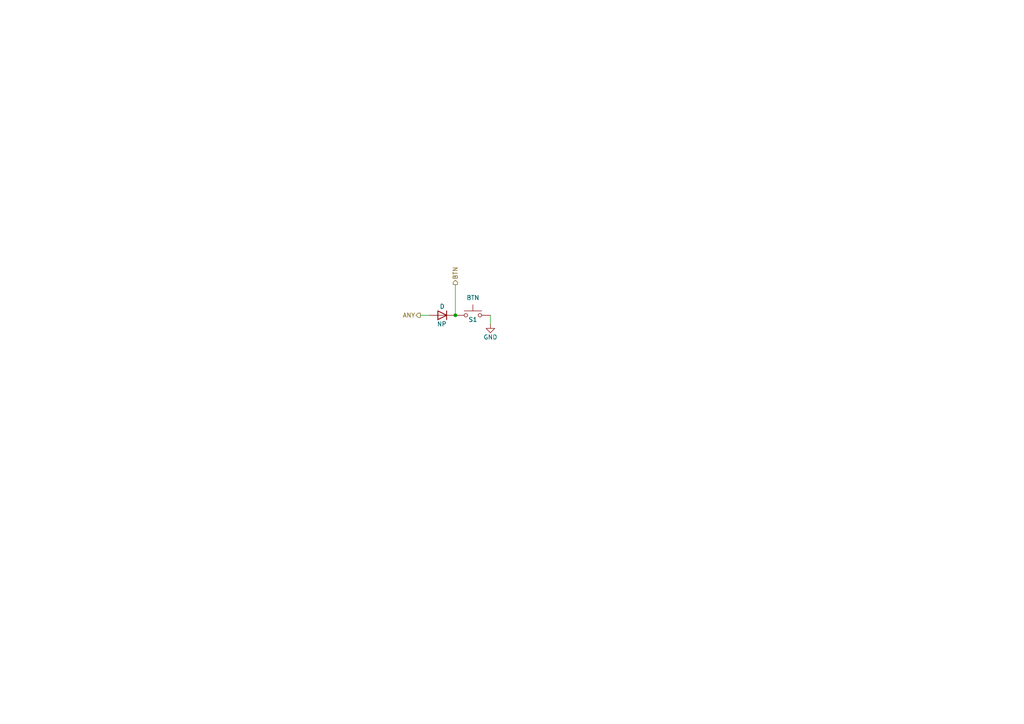
<source format=kicad_sch>
(kicad_sch (version 20211123) (generator eeschema)
  (paper "A4")
  (lib_symbols
    (symbol "Device:D" (pin_numbers hide) (pin_names (offset 1.016) hide)
      (property "Reference" "D" (at 0 2.54 0))
      (property "Value" "D" (at 0 -2.54 0))
      (symbol "D_0_1"
        (polyline (pts (xy -1.27 1.27) (xy -1.27 -1.27)) (stroke (width 0.254)))
        (polyline (pts (xy 1.27 0) (xy -1.27 0)))
        (polyline (pts (xy 1.27 1.27) (xy 1.27 -1.27) (xy -1.27 0) (xy 1.27 1.27)) (stroke (width 0.254)))
      )
      (symbol "D_1_1"
        (pin passive line (at -3.81 0 0) (length 2.54) (name "K") (number "1"))
        (pin passive line (at 3.81 0 180) (length 2.54) (name "A") (number "2"))
      )
    )
    (symbol "Switch:SW_Push" (pin_numbers hide) (pin_names (offset 1.016) hide)
      (property "Reference" "SW" (at 1.27 2.54 0))
      (property "Value" "SW_Push" (at 0 -1.524 0))
      (symbol "SW_Push_0_1"
        (circle (center -2.032 0) (radius 0.508))
        (polyline (pts (xy 0 1.27) (xy 0 3.048)))
        (polyline (pts (xy 2.54 1.27) (xy -2.54 1.27)))
        (circle (center 2.032 0) (radius 0.508))
        (pin passive line (at -5.08 0 0) (length 2.54) (name "1") (number "1"))
        (pin passive line (at 5.08 0 180) (length 2.54) (name "2") (number "2"))
      )
    )
    (symbol "power:GND" (power) (pin_names (offset 0))
      (property "Value" "GND" (at 0 -3.81 0))
      (symbol "GND_0_1"
        (polyline (pts (xy 0 0) (xy 0 -1.27) (xy 1.27 -1.27) (xy 0 -2.54) (xy -1.27 -1.27) (xy 0 -1.27)))
      )
      (symbol "GND_1_1"
        (pin power_in line (at 0 0 270) (length 0) hide (name "GND") (number "1"))
      )
    )
  )
  (junction (at 132.08 91.44))
  (wire (pts (xy 121.92 91.44) (xy 124.46 91.44)))
  (wire (pts (xy 132.08 82.55) (xy 132.08 91.44)))
  (wire (pts (xy 142.24 91.44) (xy 142.24 93.98)))
  (hierarchical_label "ANY" (shape output) (at 121.92 91.44 180))
  (hierarchical_label "BTN" (shape output) (at 132.08 82.55 90))
  (symbol (lib_id "Device:D") (at 128.27 91.44 180) (unit 1)
    (property "Reference" "NP" (at 129.54 93.98 0) (effects (justify left)))
    (property "Value" "D" (at 128.27 88.9 0))
  )
  (symbol (lib_id "power:GND") (at 142.24 93.98 0) (unit 1)
    (property "Reference" "#PWR?" (effects hide))
    (property "Value" "GND" (at 142.24 97.79 0))
  )
  (symbol (lib_id "Switch:SW_Push") (at 137.16 91.44 0) (mirror y) (unit 1)
    (property "Reference" "S1" (at 137.16 92.71 0))
    (property "Value" "BTN" (at 137.16 86.36 0))
  )
)
</source>
